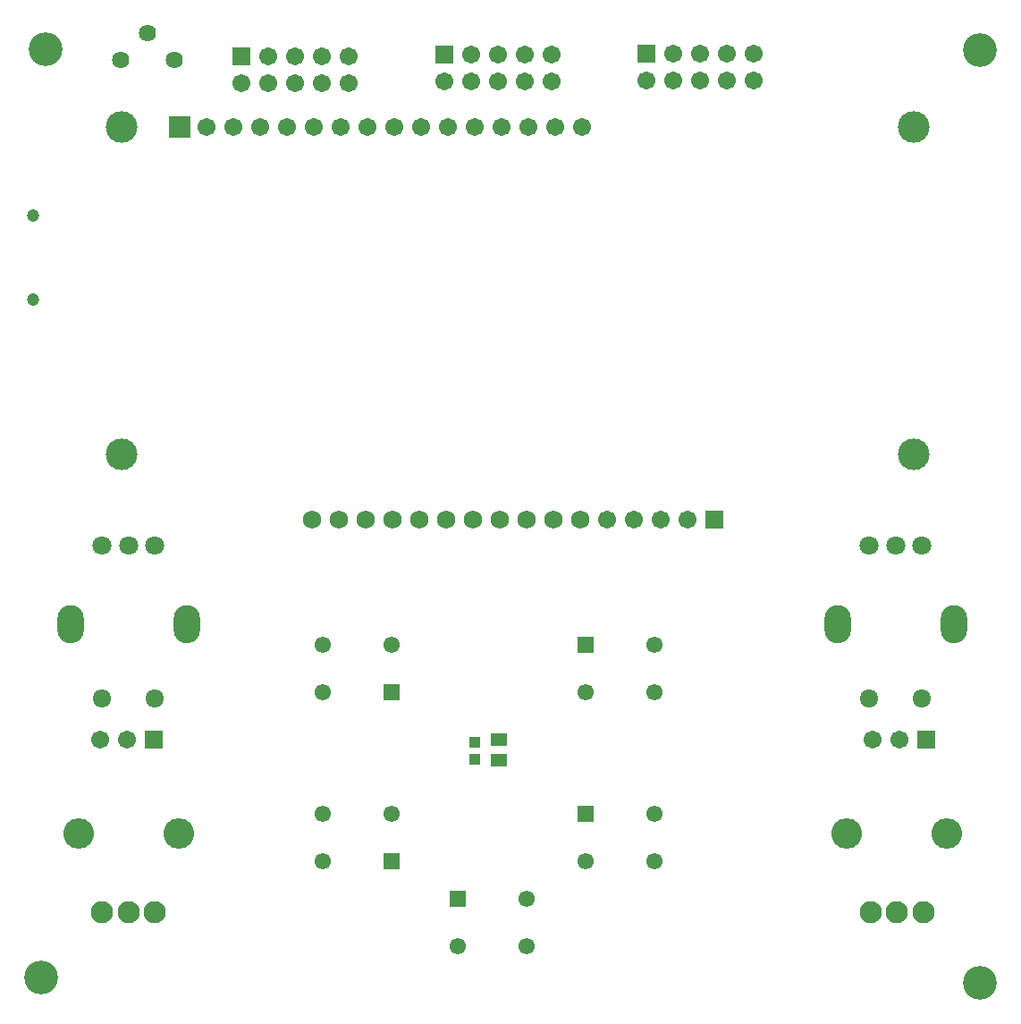
<source format=gts>
G04*
G04 #@! TF.GenerationSoftware,Altium Limited,Altium Designer,20.2.4 (192)*
G04*
G04 Layer_Color=8388736*
%FSLAX25Y25*%
%MOIN*%
G70*
G04*
G04 #@! TF.SameCoordinates,044C43E0-6038-46BE-8CBF-5B013F79F5C9*
G04*
G04*
G04 #@! TF.FilePolarity,Negative*
G04*
G01*
G75*
%ADD16R,0.03950X0.03950*%
%ADD17R,0.06312X0.04737*%
%ADD18C,0.06400*%
%ADD19R,0.06706X0.06706*%
%ADD20C,0.06706*%
%ADD21C,0.04737*%
%ADD22C,0.06800*%
%ADD23C,0.11824*%
%ADD24R,0.08200X0.08200*%
%ADD25O,0.09849X0.14179*%
%ADD26O,0.06699X0.07093*%
%ADD27O,0.07093X0.06699*%
%ADD28C,0.07093*%
%ADD29O,0.11424X0.11424*%
%ADD30C,0.08274*%
%ADD31R,0.06102X0.06102*%
%ADD32C,0.06102*%
%ADD33C,0.12611*%
D16*
X176000Y99850D02*
D03*
Y106150D02*
D03*
D17*
X185000Y99394D02*
D03*
Y107268D02*
D03*
D18*
X44000Y360500D02*
D03*
X54000Y370500D02*
D03*
X64000Y360500D02*
D03*
D19*
X89263Y361937D02*
D03*
X265500Y189000D02*
D03*
X344500Y107000D02*
D03*
X56500D02*
D03*
X164763Y362437D02*
D03*
X240263Y362937D02*
D03*
D20*
X89263Y351937D02*
D03*
X99263Y361937D02*
D03*
Y351937D02*
D03*
X109263Y361937D02*
D03*
Y351937D02*
D03*
X119263Y361937D02*
D03*
Y351937D02*
D03*
X129263Y361937D02*
D03*
Y351937D02*
D03*
X225500Y189000D02*
D03*
X235500D02*
D03*
X245500D02*
D03*
X255500D02*
D03*
X216016Y335524D02*
D03*
X206016D02*
D03*
X196016D02*
D03*
X186016D02*
D03*
X176016D02*
D03*
X166016D02*
D03*
X156016D02*
D03*
X146016D02*
D03*
X136016D02*
D03*
X126016D02*
D03*
X116016D02*
D03*
X106016D02*
D03*
X96016D02*
D03*
X86016D02*
D03*
X76016D02*
D03*
X324500Y107000D02*
D03*
X334500D02*
D03*
X36500D02*
D03*
X46500D02*
D03*
X164763Y352437D02*
D03*
X174763Y362437D02*
D03*
Y352437D02*
D03*
X184763Y362437D02*
D03*
Y352437D02*
D03*
X194763Y362437D02*
D03*
Y352437D02*
D03*
X204763Y362437D02*
D03*
Y352437D02*
D03*
X240263Y352937D02*
D03*
X250263Y362937D02*
D03*
Y352937D02*
D03*
X260263Y362937D02*
D03*
Y352937D02*
D03*
X270263Y362937D02*
D03*
Y352937D02*
D03*
X280263Y362937D02*
D03*
Y352937D02*
D03*
D21*
X11433Y271012D02*
D03*
X11443Y302508D02*
D03*
D22*
X115500Y189000D02*
D03*
X125500D02*
D03*
X135500D02*
D03*
X145500D02*
D03*
X155500D02*
D03*
X165500D02*
D03*
X175500D02*
D03*
X185500D02*
D03*
X195500D02*
D03*
X205500D02*
D03*
X215500D02*
D03*
D23*
X339638Y213476D02*
D03*
Y335524D02*
D03*
X44362Y213476D02*
D03*
Y335524D02*
D03*
D24*
X66016D02*
D03*
D25*
X311347Y150015D02*
D03*
X354654D02*
D03*
X25347D02*
D03*
X68654D02*
D03*
D26*
X323158Y122456D02*
D03*
X37158D02*
D03*
D27*
X342843D02*
D03*
X56843D02*
D03*
D28*
X323158Y179543D02*
D03*
X333000D02*
D03*
X342843D02*
D03*
X37158D02*
D03*
X47001D02*
D03*
X56843D02*
D03*
D29*
X352201Y72264D02*
D03*
X314799D02*
D03*
X65701D02*
D03*
X28300D02*
D03*
D30*
X343342Y42736D02*
D03*
X333500D02*
D03*
X323657D02*
D03*
X56842D02*
D03*
X47000D02*
D03*
X37157D02*
D03*
D31*
X169705Y47858D02*
D03*
X217426Y79358D02*
D03*
X145195Y61642D02*
D03*
X217426Y142358D02*
D03*
X145185Y124642D02*
D03*
D32*
X195295Y47858D02*
D03*
X169705Y30142D02*
D03*
X195295D02*
D03*
X243017Y79358D02*
D03*
X217426Y61642D02*
D03*
X243017D02*
D03*
X119605D02*
D03*
X145195Y79358D02*
D03*
X119605D02*
D03*
X243017Y142358D02*
D03*
X217426Y124642D02*
D03*
X243017D02*
D03*
X119595D02*
D03*
X145185Y142358D02*
D03*
X119595D02*
D03*
D33*
X14500Y18500D02*
D03*
X364500Y364000D02*
D03*
X16000Y364500D02*
D03*
X364500Y16500D02*
D03*
M02*

</source>
